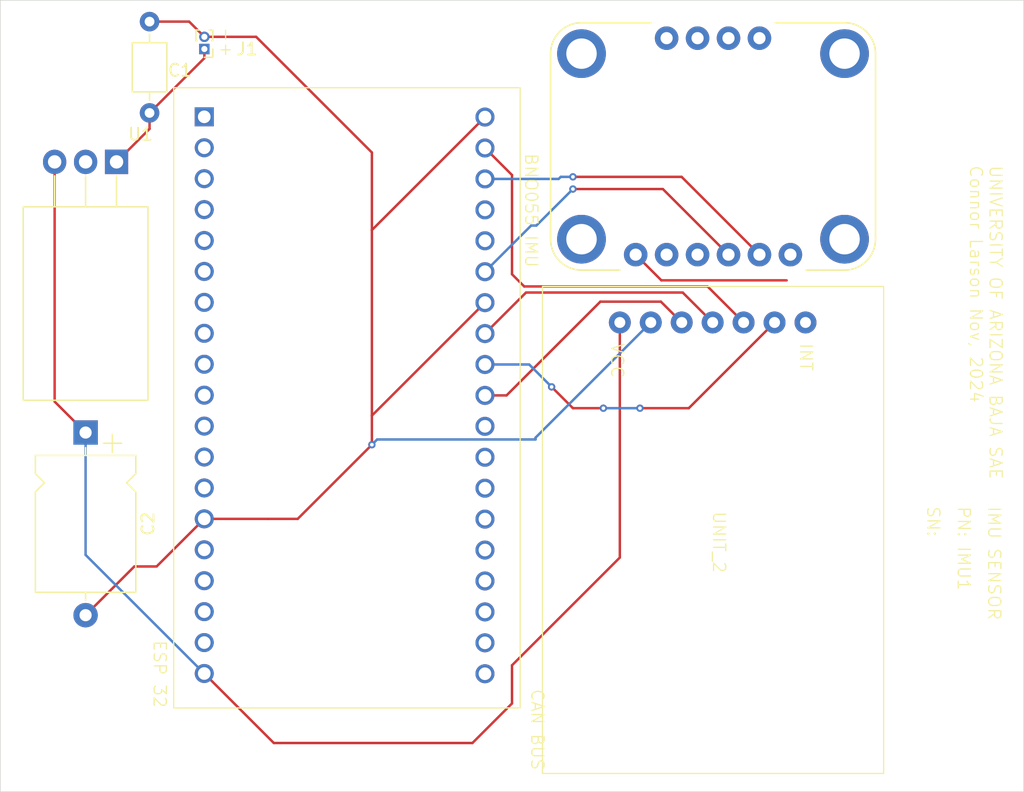
<source format=kicad_pcb>
(kicad_pcb (version 20240108) (generator "pcbnew") (generator_version "8.0")
  (layers (0 "F.Cu" signal) (31 "B.Cu" signal) (34 "B.Paste" user) (35 "F.Paste" user) (36 "B.SilkS" user "B.Silkscreen") (37 "F.SilkS" user "F.Silkscreen") (38 "B.Mask" user) (39 "F.Mask" user) (44 "Edge.Cuts" user))
  (net 0 "")
  (net 2 "Net-(UNIT_1-IO23)")
  (net 6 "Net-(UNIT_1-IO5)")
  (net 8 "GND")
  (net 15 "Net-(UNIT_1-IO18)")
  (net 19 "Net-(UNIT_1-IO21)")
  (net 23 "Net-(UNIT_1-IO19)")
  (net 28 "Net-(J1-Pin_1)")
  (net 31 "Net-(UNIT_1-IO22)")
  (net 45 "+5v")
  (footprint "MountingHole:MountingHole_4.5mm" (layer "F.Cu") (at 107.5 59)
    (property "Reference" "REF**" (hide yes))
    (property "Value" "MountingHole_4.5mm" (hide yes))
    (pad "" np_thru_hole circle (at 0 0) (size 4.5 4.5) (drill 4.5) (layers "*.Cu" "*.Mask"))
  )
  (footprint "Capacitor_THT:C_Axial_L3.8mm_D2.6mm_P7.50mm_Horizontal" (layer "F.Cu") (at 114.25 62.25 90)
    (property "Reference" "C1" (at 3.5 2.5 0) (layer "F.SilkS"))
    (property "Value" ".33u")
    (fp_line (start 5.77 -1.42) (end 1.73 -1.42) (stroke (width 0.12)) (layer "F.SilkS"))
    (fp_line (start 1.73 -1.42) (end 1.73 1.42) (stroke (width 0.12)) (layer "F.SilkS"))
    (fp_line (start 6.46 0) (end 5.77 0) (stroke (width 0.12)) (layer "F.SilkS"))
    (fp_line (start 1.04 0) (end 1.73 0) (stroke (width 0.12)) (layer "F.SilkS"))
    (fp_line (start 5.77 1.42) (end 5.77 -1.42) (stroke (width 0.12)) (layer "F.SilkS"))
    (fp_line (start 1.73 1.42) (end 5.77 1.42) (stroke (width 0.12)) (layer "F.SilkS"))
    (pad "1" thru_hole circle (at 0 0 90) (size 1.6 1.6) (drill 0.8) (layers "*.Cu" "*.Mask") (net 28 "Net-(J1-Pin_1)"))
    (pad "2" thru_hole oval (at 7.5 0 90) (size 1.6 1.6) (drill 0.8) (layers "*.Cu" "*.Mask") (net 8 "GND"))
  )
  (footprint "MountingHole:MountingHole_4.5mm" (layer "F.Cu") (at 180.5 112)
    (property "Reference" "REF**" (hide yes))
    (property "Value" "MountingHole_4.5mm" (hide yes))
    (pad "" np_thru_hole circle (at 0 0) (size 4.5 4.5) (drill 4.5) (layers "*.Cu" "*.Mask"))
  )
  (footprint "Connector_PinHeader_1.00mm:PinHeader_1x02_P1.00mm_Vertical" (layer "F.Cu") (at 118.75 57 180)
    (property "Reference" "J1" (at -3.5 0 0) (layer "F.SilkS"))
    (property "Value" "+5V" (hide yes))
    (fp_line (start 0.695 0.685) (end 0.695 1.56) (stroke (width 0.12)) (layer "F.SilkS"))
    (fp_line (start 0.608276 0.685) (end 0.695 0.685) (stroke (width 0.12)) (layer "F.SilkS"))
    (fp_line (start 0.394493 1.56) (end 0.695 1.56) (stroke (width 0.12)) (layer "F.SilkS"))
    (fp_line (start -0.695 1.56) (end -0.394493 1.56) (stroke (width 0.12)) (layer "F.SilkS"))
    (fp_line (start -0.695 0.685) (end -0.608276 0.685) (stroke (width 0.12)) (layer "F.SilkS"))
    (fp_line (start -0.695 0.685) (end -0.695 1.56) (stroke (width 0.12)) (layer "F.SilkS"))
    (fp_line (start -0.695 0) (end -0.695 -0.685) (stroke (width 0.12)) (layer "F.SilkS"))
    (fp_line (start -0.695 -0.685) (end 0 -0.685) (stroke (width 0.12)) (layer "F.SilkS"))
    (pad "1" thru_hole rect (at 0 0 180) (size 0.85 0.85) (drill 0.5) (layers "*.Cu" "*.Mask") (net 28 "Net-(J1-Pin_1)"))
    (pad "2" thru_hole oval (at 0 1 180) (size 0.85 0.85) (drill 0.5) (layers "*.Cu" "*.Mask") (net 8 "GND"))
  )
  (footprint "BAJA SAE:HiLetgo CAN Bus (Facing Up)" (layer "F.Cu") (at 160.5 97.5 -90)
    (property "Reference" "UNIT_2" (at 0 -0.5 -90) (layer "F.SilkS") (effects (font (thickness 0.1))))
    (property "Value" "HiLetgo CAN Bus (Facing Up)")
    (fp_rect (start -21 -14) (end 19 14) (stroke (width 0.1)) (fill none) (layer "F.SilkS"))
    (fp_text user "VCC" (at -16.4 8.45 -90) (layer "F.SilkS") (effects (font (thickness 0.1)) (justify left bottom)))
    (fp_text user "INT" (at -16.4 -7.06 -90) (layer "F.SilkS") (effects (font (thickness 0.1)) (justify left bottom)))
    (pad "1" thru_hole circle (at -18.04 -7.59 270) (size 1.8 1.8) (drill 0.9) (layers "*.Cu" "*.Mask"))
    (pad "2" thru_hole circle (at -18.04 -5.05 270) (size 1.8 1.8) (drill 0.9) (layers "*.Cu" "*.Mask") (net 15 "Net-(UNIT_1-IO18)"))
    (pad "3" thru_hole circle (at -18.04 -2.51 270) (size 1.8 1.8) (drill 0.9) (layers "*.Cu" "*.Mask") (net 2 "Net-(UNIT_1-IO23)"))
    (pad "4" thru_hole circle (at -18.04 0.03 270) (size 1.8 1.8) (drill 0.9) (layers "*.Cu" "*.Mask") (net 23 "Net-(UNIT_1-IO19)"))
    (pad "5" thru_hole circle (at -18.04 2.57 270) (size 1.8 1.8) (drill 0.9) (layers "*.Cu" "*.Mask") (net 6 "Net-(UNIT_1-IO5)"))
    (pad "6" thru_hole circle (at -18.04 5.11 270) (size 1.8 1.8) (drill 0.9) (layers "*.Cu" "*.Mask") (net 8 "GND"))
    (pad "7" thru_hole circle (at -18.04 7.65 270) (size 1.8 1.8) (drill 0.9) (layers "*.Cu" "*.Mask") (net 45 "+5v"))
  )
  (footprint "MountingHole:MountingHole_4.5mm" (layer "F.Cu") (at 180 59)
    (property "Reference" "REF**" (hide yes))
    (property "Value" "MountingHole_4.5mm" (hide yes))
    (pad "" np_thru_hole circle (at 0 0) (size 4.5 4.5) (drill 4.5) (layers "*.Cu" "*.Mask"))
  )
  (footprint "BAJA SAE:MODULE_ESP32-DEVKITC-32D" (layer "F.Cu") (at 130.5 81.5)
    (property "Reference" "UNIT_1" (hide yes))
    (property "Value" "ESP32-DEVKITC-32D" (hide yes))
    (fp_rect (start -14.27 -21.32) (end 14.17 29.62) (stroke (width 0.1)) (fill none) (layer "F.SilkS"))
    (pad "J2-1" thru_hole rect (at -11.76 -18.93) (size 1.56 1.56) (drill 1.04) (layers "*.Cu" "*.Mask"))
    (pad "J2-2" thru_hole circle (at -11.76 -16.39) (size 1.56 1.56) (drill 1.04) (layers "*.Cu" "*.Mask"))
    (pad "J2-3" thru_hole circle (at -11.76 -13.85) (size 1.56 1.56) (drill 1.04) (layers "*.Cu" "*.Mask"))
    (pad "J2-4" thru_hole circle (at -11.76 -11.31) (size 1.56 1.56) (drill 1.04) (layers "*.Cu" "*.Mask"))
    (pad "J2-5" thru_hole circle (at -11.76 -8.77) (size 1.56 1.56) (drill 1.04) (layers "*.Cu" "*.Mask"))
    (pad "J2-6" thru_hole circle (at -11.76 -6.23) (size 1.56 1.56) (drill 1.04) (layers "*.Cu" "*.Mask"))
    (pad "J2-7" thru_hole circle (at -11.76 -3.69) (size 1.56 1.56) (drill 1.04) (layers "*.Cu" "*.Mask"))
    (pad "J2-8" thru_hole circle (at -11.76 -1.15) (size 1.56 1.56) (drill 1.04) (layers "*.Cu" "*.Mask"))
    (pad "J2-9" thru_hole circle (at -11.76 1.39) (size 1.56 1.56) (drill 1.04) (layers "*.Cu" "*.Mask"))
    (pad "J2-10" thru_hole circle (at -11.76 3.93) (size 1.56 1.56) (drill 1.04) (layers "*.Cu" "*.Mask"))
    (pad "J2-11" thru_hole circle (at -11.76 6.47) (size 1.56 1.56) (drill 1.04) (layers "*.Cu" "*.Mask"))
    (pad "J2-12" thru_hole circle (at -11.76 9.01) (size 1.56 1.56) (drill 1.04) (layers "*.Cu" "*.Mask"))
    (pad "J2-13" thru_hole circle (at -11.76 11.55) (size 1.56 1.56) (drill 1.04) (layers "*.Cu" "*.Mask"))
    (pad "J2-14" thru_hole circle (at -11.76 14.09) (size 1.56 1.56) (drill 1.04) (layers "*.Cu" "*.Mask") (net 8 "GND"))
    (pad "J2-15" thru_hole circle (at -11.76 16.63) (size 1.56 1.56) (drill 1.04) (layers "*.Cu" "*.Mask"))
    (pad "J2-16" thru_hole circle (at -11.76 19.17) (size 1.56 1.56) (drill 1.04) (layers "*.Cu" "*.Mask"))
    (pad "J2-17" thru_hole circle (at -11.76 21.71) (size 1.56 1.56) (drill 1.04) (layers "*.Cu" "*.Mask"))
    (pad "J2-18" thru_hole circle (at -11.76 24.25) (size 1.56 1.56) (drill 1.04) (layers "*.Cu" "*.Mask"))
    (pad "J2-19" thru_hole circle (at -11.76 26.79) (size 1.56 1.56) (drill 1.04) (layers "*.Cu" "*.Mask") (net 45 "+5v"))
    (pad "J3-1" thru_hole circle (at 11.28 -18.91) (size 1.56 1.56) (drill 1.04) (layers "*.Cu" "*.Mask") (net 8 "GND"))
    (pad "J3-2" thru_hole circle (at 11.28 -16.37) (size 1.56 1.56) (drill 1.04) (layers "*.Cu" "*.Mask") (net 2 "Net-(UNIT_1-IO23)"))
    (pad "J3-3" thru_hole circle (at 11.28 -13.83) (size 1.56 1.56) (drill 1.04) (layers "*.Cu" "*.Mask") (net 31 "Net-(UNIT_1-IO22)"))
    (pad "J3-4" thru_hole circle (at 11.28 -11.29) (size 1.56 1.56) (drill 1.04) (layers "*.Cu" "*.Mask"))
    (pad "J3-5" thru_hole circle (at 11.28 -8.75) (size 1.56 1.56) (drill 1.04) (layers "*.Cu" "*.Mask"))
    (pad "J3-6" thru_hole circle (at 11.28 -6.21) (size 1.56 1.56) (drill 1.04) (layers "*.Cu" "*.Mask") (net 19 "Net-(UNIT_1-IO21)"))
    (pad "J3-7" thru_hole circle (at 11.28 -3.67) (size 1.56 1.56) (drill 1.04) (layers "*.Cu" "*.Mask") (net 8 "GND"))
    (pad "J3-8" thru_hole circle (at 11.28 -1.13) (size 1.56 1.56) (drill 1.04) (layers "*.Cu" "*.Mask") (net 23 "Net-(UNIT_1-IO19)"))
    (pad "J3-9" thru_hole circle (at 11.28 1.41) (size 1.56 1.56) (drill 1.04) (layers "*.Cu" "*.Mask") (net 15 "Net-(UNIT_1-IO18)"))
    (pad "J3-10" thru_hole circle (at 11.28 3.95) (size 1.56 1.56) (drill 1.04) (layers "*.Cu" "*.Mask") (net 6 "Net-(UNIT_1-IO5)"))
    (pad "J3-11" thru_hole circle (at 11.28 6.49) (size 1.56 1.56) (drill 1.04) (layers "*.Cu" "*.Mask"))
    (pad "J3-12" thru_hole circle (at 11.28 9.03) (size 1.56 1.56) (drill 1.04) (layers "*.Cu" "*.Mask"))
    (pad "J3-13" thru_hole circle (at 11.28 11.57) (size 1.56 1.56) (drill 1.04) (layers "*.Cu" "*.Mask"))
    (pad "J3-14" thru_hole circle (at 11.28 14.11) (size 1.56 1.56) (drill 1.04) (layers "*.Cu" "*.Mask"))
    (pad "J3-15" thru_hole circle (at 11.28 16.65) (size 1.56 1.56) (drill 1.04) (layers "*.Cu" "*.Mask"))
    (pad "J3-16" thru_hole circle (at 11.28 19.19) (size 1.56 1.56) (drill 1.04) (layers "*.Cu" "*.Mask"))
    (pad "J3-17" thru_hole circle (at 11.28 21.73) (size 1.56 1.56) (drill 1.04) (layers "*.Cu" "*.Mask"))
    (pad "J3-18" thru_hole circle (at 11.28 24.27) (size 1.56 1.56) (drill 1.04) (layers "*.Cu" "*.Mask"))
    (pad "J3-19" thru_hole circle (at 11.28 26.81) (size 1.56 1.56) (drill 1.04) (layers "*.Cu" "*.Mask"))
  )
  (footprint "BAJA SAE:MODULE_2472" (layer "F.Cu") (at 160.5 65)
    (property "Reference" "UNIT_3" (hide yes))
    (property "Value" "BNO055" (hide yes))
    (fp_line (start -13.335 7.62) (end -13.335 -7.62) (stroke (width 0.127)) (layer "F.SilkS"))
    (fp_line (start -10.795 -10.16) (end -5.0952 -10.16) (stroke (width 0.127)) (layer "F.SilkS"))
    (fp_line (start -7.6352 10.16) (end -10.795 10.16) (stroke (width 0.127)) (layer "F.SilkS"))
    (fp_line (start 5.0952 -10.16) (end 10.795 -10.16) (stroke (width 0.127)) (layer "F.SilkS"))
    (fp_line (start 10.795 10.16) (end 7.6352 10.16) (stroke (width 0.127)) (layer "F.SilkS"))
    (fp_line (start 13.335 -7.62) (end 13.335 7.62) (stroke (width 0.127)) (layer "F.SilkS"))
    (fp_arc (start -13.335 -7.62) (mid -12.591051 -9.416051) (end -10.795 -10.16) (stroke (width 0.127)) (layer "F.SilkS"))
    (fp_arc (start -10.795 10.16) (mid -12.591051 9.416051) (end -13.335 7.62) (stroke (width 0.127)) (layer "F.SilkS"))
    (fp_arc (start 10.795 -10.16) (mid 12.591051 -9.416051) (end 13.335 -7.62) (stroke (width 0.127)) (layer "F.SilkS"))
    (fp_arc (start 13.335 7.62) (mid 12.591051 9.416051) (end 10.795 10.16) (stroke (width 0.127)) (layer "F.SilkS"))
    (pad "1" thru_hole circle (at -6.35 8.89) (size 1.9304 1.9304) (drill 1) (layers "*.Cu" "*.Mask") (net 45 "+5v"))
    (pad "2" thru_hole circle (at -3.81 8.89) (size 1.9304 1.9304) (drill 1) (layers "*.Cu" "*.Mask"))
    (pad "3" thru_hole circle (at -1.27 8.89) (size 1.9304 1.9304) (drill 1) (layers "*.Cu" "*.Mask"))
    (pad "4" thru_hole circle (at 1.27 8.89) (size 1.9304 1.9304) (drill 1) (layers "*.Cu" "*.Mask") (net 19 "Net-(UNIT_1-IO21)"))
    (pad "5" thru_hole circle (at 3.81 8.89) (size 1.9304 1.9304) (drill 1) (layers "*.Cu" "*.Mask") (net 31 "Net-(UNIT_1-IO22)"))
    (pad "6" thru_hole circle (at 6.35 8.89) (size 1.9304 1.9304) (drill 1) (layers "*.Cu" "*.Mask"))
    (pad "7" thru_hole circle (at 3.81 -8.89) (size 1.9304 1.9304) (drill 1) (layers "*.Cu" "*.Mask"))
    (pad "8" thru_hole circle (at 1.27 -8.89) (size 1.9304 1.9304) (drill 1) (layers "*.Cu" "*.Mask"))
    (pad "9" thru_hole circle (at -1.27 -8.89) (size 1.9304 1.9304) (drill 1) (layers "*.Cu" "*.Mask"))
    (pad "10" thru_hole circle (at -3.81 -8.89) (size 1.9304 1.9304) (drill 1) (layers "*.Cu" "*.Mask"))
    (pad "SH1" thru_hole circle (at -10.795 7.62) (size 4 4) (drill 2.5) (layers "*.Cu" "*.Mask"))
    (pad "SH2" thru_hole circle (at 10.795 7.62) (size 4 4) (drill 2.5) (layers "*.Cu" "*.Mask"))
    (pad "SH3" thru_hole circle (at 10.795 -7.62) (size 4 4) (drill 2.5) (layers "*.Cu" "*.Mask"))
    (pad "SH4" thru_hole circle (at -10.795 -7.62) (size 4 4) (drill 2.5) (layers "*.Cu" "*.Mask"))
  )
  (footprint "Capacitor_THT:CP_Axial_L11.0mm_D8.0mm_P15.00mm_Horizontal" (layer "F.Cu") (at 109 88.5 -90)
    (property "Reference" "C2" (at 7.5 -5.12 -90) (layer "F.SilkS"))
    (property "Value" "22u")
    (fp_line (start 1.88 4.12) (end 3.38 4.12) (stroke (width 0.12)) (layer "F.SilkS"))
    (fp_line (start 3.38 4.12) (end 4.13 3.37) (stroke (width 0.12)) (layer "F.SilkS"))
    (fp_line (start 4.88 4.12) (end 13.12 4.12) (stroke (width 0.12)) (layer "F.SilkS"))
    (fp_line (start 4.13 3.37) (end 4.88 4.12) (stroke (width 0.12)) (layer "F.SilkS"))
    (fp_line (start 1.24 0) (end 1.88 0) (stroke (width 0.12)) (layer "F.SilkS"))
    (fp_line (start 13.76 0) (end 13.12 0) (stroke (width 0.12)) (layer "F.SilkS"))
    (fp_line (start 0.13 -2.2) (end 1.63 -2.2) (stroke (width 0.12)) (layer "F.SilkS"))
    (fp_line (start 0.88 -2.95) (end 0.88 -1.45) (stroke (width 0.12)) (layer "F.SilkS"))
    (fp_line (start 4.13 -3.37) (end 4.88 -4.12) (stroke (width 0.12)) (layer "F.SilkS"))
    (fp_line (start 1.88 -4.12) (end 1.88 4.12) (stroke (width 0.12)) (layer "F.SilkS"))
    (fp_line (start 1.88 -4.12) (end 3.38 -4.12) (stroke (width 0.12)) (layer "F.SilkS"))
    (fp_line (start 3.38 -4.12) (end 4.13 -3.37) (stroke (width 0.12)) (layer "F.SilkS"))
    (fp_line (start 4.88 -4.12) (end 13.12 -4.12) (stroke (width 0.12)) (layer "F.SilkS"))
    (fp_line (start 13.12 -4.12) (end 13.12 4.12) (stroke (width 0.12)) (layer "F.SilkS"))
    (pad "1" thru_hole rect (at 0 0 270) (size 2 2) (drill 1) (layers "*.Cu" "*.Mask") (net 45 "+5v"))
    (pad "2" thru_hole oval (at 15 0 270) (size 2 2) (drill 1) (layers "*.Cu" "*.Mask") (net 8 "GND"))
  )
  (footprint "MountingHole:MountingHole_4.5mm" (layer "F.Cu") (at 108 112)
    (property "Reference" "REF**" (hide yes))
    (property "Value" "MountingHole_4.5mm" (hide yes))
    (pad "" np_thru_hole circle (at 0 0) (size 4.5 4.5) (drill 4.5) (layers "*.Cu" "*.Mask"))
  )
  (footprint "Package_TO_SOT_THT:TO-220-3_Horizontal_TabDown" (layer "F.Cu") (at 111.54 66.27 180)
    (property "Reference" "U1" (at -1.96 2.27 0) (layer "F.SilkS"))
    (property "Value" "BA50JC5T")
    (fp_line (start 7.66 -19.58) (end 7.66 -3.69) (stroke (width 0.12)) (layer "F.SilkS"))
    (fp_line (start 5.08 -3.69) (end 5.08 -1.15) (stroke (width 0.12)) (layer "F.SilkS"))
    (fp_line (start 2.54 -3.69) (end 2.54 -1.15) (stroke (width 0.12)) (layer "F.SilkS"))
    (fp_line (start 0 -3.69) (end 0 -1.15) (stroke (width 0.12)) (layer "F.SilkS"))
    (fp_line (start -2.58 -3.69) (end 7.66 -3.69) (stroke (width 0.12)) (layer "F.SilkS"))
    (fp_line (start -2.58 -19.58) (end 7.66 -19.58) (stroke (width 0.12)) (layer "F.SilkS"))
    (fp_line (start -2.58 -19.58) (end -2.58 -3.69) (stroke (width 0.12)) (layer "F.SilkS"))
    (pad "" np_thru_hole oval (at 2.54 -16.66 180) (size 3.5 3.5) (drill 3.5) (layers "*.Cu" "*.Mask"))
    (pad "1" thru_hole rect (at 0 0 180) (size 1.905 2) (drill 1.1) (layers "*.Cu" "*.Mask") (net 28 "Net-(J1-Pin_1)"))
    (pad "2" thru_hole oval (at 2.54 0 180) (size 1.905 2) (drill 1.1) (layers "*.Cu" "*.Mask") (net 8 "GND"))
    (pad "3" thru_hole oval (at 5.08 0 180) (size 1.905 2) (drill 1.1) (layers "*.Cu" "*.Mask") (net 45 "+5v"))
  )
  (gr_rect (start 102 53) (end 186 118) (stroke (width 0.05)) (fill none) (layer "Edge.Cuts"))
  (gr_text "SN:" (at 178 94.5 -90) (layer "F.SilkS") (effects (font (size 1 1) (thickness 0.1)) (justify left bottom)))
  (gr_text "UNIVERSITY OF ARIZONA BAJA SAE\nConnor Larson Nov, 2024" (at 181.5 66.5 270) (layer "F.SilkS") (effects (font (size 1 1) (thickness 0.1)) (justify left bottom)))
  (gr_text "+-" (at 121 57.75 90) (layer "F.SilkS") (effects (font (size 1 1) (thickness 0.1)) (justify left bottom)))
  (gr_text "ESP 32" (at 114.5 105.5 -90) (layer "F.SilkS") (effects (font (size 1 1) (thickness 0.1)) (justify left bottom)))
  (gr_text "IMU SENSOR" (at 183 94.5 -90) (layer "F.SilkS") (effects (font (size 1 1) (thickness 0.1)) (justify left bottom)))
  (gr_text "BNO055 IMU" (at 145 65.5 -90) (layer "F.SilkS") (effects (font (size 1 1) (thickness 0.1)) (justify left bottom)))
  (gr_text "PN: IMU1" (at 180.5 94.5 -90) (layer "F.SilkS") (effects (font (size 1 1) (thickness 0.1)) (justify left bottom)))
  (gr_text "CAN BUS" (at 145.5 109.5 -90) (layer "F.SilkS") (effects (font (size 1 1) (thickness 0.1)) (justify left bottom)))
  (segment (start 144 75.5) (end 144 67.35) (width 0.2) (layer "F.Cu") (net 2))
  (segment (start 144 67.35) (end 141.78 65.13) (width 0.2) (layer "F.Cu") (net 2))
  (segment (start 145 76.5) (end 144 75.5) (width 0.2) (layer "F.Cu") (net 2))
  (segment (start 160.05 76.5) (end 145 76.5) (width 0.2) (layer "F.Cu") (net 2))
  (segment (start 163.01 79.46) (end 160.05 76.5) (width 0.2) (layer "F.Cu") (net 2))
  (segment (start 156.22 77.75) (end 151.25 77.75) (width 0.2) (layer "F.Cu") (net 6))
  (segment (start 143.55 85.45) (end 141.78 85.45) (width 0.2) (layer "F.Cu") (net 6))
  (segment (start 157.93 79.46) (end 156.22 77.75) (width 0.2) (layer "F.Cu") (net 6))
  (segment (start 151.25 77.75) (end 143.55 85.45) (width 0.2) (layer "F.Cu") (net 6))
  (segment (start 123 56) (end 132.5 65.5) (width 0.2) (layer "F.Cu") (net 8))
  (segment (start 141.78 62.59) (end 132.5 71.87) (width 0.2) (layer "F.Cu") (net 8))
  (segment (start 118.75 56) (end 117.5 54.75) (width 0.2) (layer "F.Cu") (net 8))
  (segment (start 113 99.5) (end 114.83 99.5) (width 0.2) (layer "F.Cu") (net 8))
  (segment (start 118.75 56) (end 123 56) (width 0.2) (layer "F.Cu") (net 8))
  (segment (start 109 103.5) (end 113 99.5) (width 0.2) (layer "F.Cu") (net 8))
  (segment (start 117.5 54.75) (end 114.25 54.75) (width 0.2) (layer "F.Cu") (net 8))
  (segment (start 132.5 65.5) (end 132.5 71.87) (width 0.2) (layer "F.Cu") (net 8))
  (segment (start 124 95.59) (end 126.41 95.59) (width 0.2) (layer "F.Cu") (net 8))
  (segment (start 114.83 99.5) (end 118.74 95.59) (width 0.2) (layer "F.Cu") (net 8))
  (segment (start 126.41 95.59) (end 132.5 89.5) (width 0.2) (layer "F.Cu") (net 8))
  (segment (start 109 65.5) (end 109 66.27) (width 0.2) (layer "F.Cu") (net 8))
  (segment (start 132.5 71.87) (end 132.5 87.11) (width 0.2) (layer "F.Cu") (net 8))
  (segment (start 141.78 77.83) (end 132.5 87.11) (width 0.2) (layer "F.Cu") (net 8))
  (segment (start 132.5 87.11) (end 132.5 89.5) (width 0.2) (layer "F.Cu") (net 8))
  (segment (start 118.74 95.59) (end 124 95.59) (width 0.2) (layer "F.Cu") (net 8))
  (via (at 132.5 89.5) (size 0.6) (drill 0.3) (layers "F.Cu" "B.Cu") (net 8))
  (segment (start 145.93 89.07) (end 145.93 88.92) (width 0.2) (layer "B.Cu") (net 8))
  (segment (start 132.93 89.07) (end 145.93 89.07) (width 0.2) (layer "B.Cu") (net 8))
  (segment (start 145.93 88.92) (end 155.39 79.46) (width 0.2) (layer "B.Cu") (net 8))
  (segment (start 132.5 89.5) (end 132.93 89.07) (width 0.2) (layer "B.Cu") (net 8))
  (segment (start 151.5 86.5) (end 149 86.5) (width 0.2) (layer "F.Cu") (net 15))
  (segment (start 149 86.5) (end 147.25 84.75) (width 0.2) (layer "F.Cu") (net 15))
  (segment (start 165.55 79.46) (end 158.51 86.5) (width 0.2) (layer "F.Cu") (net 15))
  (segment (start 158.51 86.5) (end 154.5 86.5) (width 0.2) (layer "F.Cu") (net 15))
  (via (at 147.25 84.75) (size 0.6) (drill 0.3) (layers "F.Cu" "B.Cu") (net 15))
  (via (at 151.5 86.5) (size 0.6) (drill 0.3) (layers "F.Cu" "B.Cu") (net 15))
  (via (at 154.5 86.5) (size 0.6) (drill 0.3) (layers "F.Cu" "B.Cu") (net 15))
  (segment (start 147.25 84.75) (end 145.41 82.91) (width 0.2) (layer "B.Cu") (net 15))
  (segment (start 154.5 86.5) (end 151.5 86.5) (width 0.2) (layer "B.Cu") (net 15))
  (segment (start 145.41 82.91) (end 141.78 82.91) (width 0.2) (layer "B.Cu") (net 15))
  (segment (start 156.38 68.5) (end 149 68.5) (width 0.2) (layer "F.Cu") (net 19))
  (segment (start 161.77 73.89) (end 156.38 68.5) (width 0.2) (layer "F.Cu") (net 19))
  (via (at 149 68.5) (size 0.6) (drill 0.3) (layers "F.Cu" "B.Cu") (net 19))
  (segment (start 145.57 71.5) (end 141.78 75.29) (width 0.2) (layer "B.Cu") (net 19))
  (segment (start 149 68.5) (end 146 71.5) (width 0.2) (layer "B.Cu") (net 19))
  (segment (start 146 71.5) (end 145.57 71.5) (width 0.2) (layer "B.Cu") (net 19))
  (segment (start 145.15 77) (end 141.78 80.37) (width 0.2) (layer "F.Cu") (net 23))
  (segment (start 160.47 79.46) (end 158.01 77) (width 0.2) (layer "F.Cu") (net 23))
  (segment (start 158.01 77) (end 145.15 77) (width 0.2) (layer "F.Cu") (net 23))
  (segment (start 118.75 57.75) (end 114.25 62.25) (width 0.2) (layer "F.Cu") (net 28))
  (segment (start 114.25 63.56) (end 111.54 66.27) (width 0.2) (layer "F.Cu") (net 28))
  (segment (start 118.75 57) (end 118.75 57.75) (width 0.2) (layer "F.Cu") (net 28))
  (segment (start 114.25 62.25) (end 114.25 63.56) (width 0.2) (layer "F.Cu") (net 28))
  (segment (start 157.92 67.5) (end 149 67.5) (width 0.2) (layer "F.Cu") (net 31))
  (segment (start 164.31 73.89) (end 157.92 67.5) (width 0.2) (layer "F.Cu") (net 31))
  (via (at 149 67.5) (size 0.6) (drill 0.3) (layers "F.Cu" "B.Cu") (net 31))
  (segment (start 149 67.5) (end 148 67.5) (width 0.2) (layer "B.Cu") (net 31))
  (segment (start 148 67.5) (end 147.83 67.67) (width 0.2) (layer "B.Cu") (net 31))
  (segment (start 147.83 67.67) (end 141.78 67.67) (width 0.2) (layer "B.Cu") (net 31))
  (segment (start 156.26 76) (end 154.15 73.89) (width 0.2) (layer "F.Cu") (net 45))
  (segment (start 140.75 114) (end 124.45 114) (width 0.2) (layer "F.Cu") (net 45))
  (segment (start 144 107.617351) (end 144 110.75) (width 0.2) (layer "F.Cu") (net 45))
  (segment (start 152.85 79.46) (end 152.85 98.767351) (width 0.2) (layer "F.Cu") (net 45))
  (segment (start 106.46 66.27) (end 106.46 85.96) (width 0.2) (layer "F.Cu") (net 45))
  (segment (start 118.74 108.29) (end 124.45 114) (width 0.2) (layer "F.Cu") (net 45))
  (segment (start 144 110.75) (end 140.75 114) (width 0.2) (layer "F.Cu") (net 45))
  (segment (start 106.46 85.96) (end 109 88.5) (width 0.2) (layer "F.Cu") (net 45))
  (segment (start 166.54 76) (end 156.26 76) (width 0.2) (layer "F.Cu") (net 45))
  (segment (start 152.85 98.767351) (end 144 107.617351) (width 0.2) (layer "F.Cu") (net 45))
  (segment (start 109 98.55) (end 118.74 108.29) (width 0.2) (layer "B.Cu") (net 45))
  (segment (start 109 88.5) (end 109 98.55) (width 0.2) (layer "B.Cu") (net 45))
)
</source>
